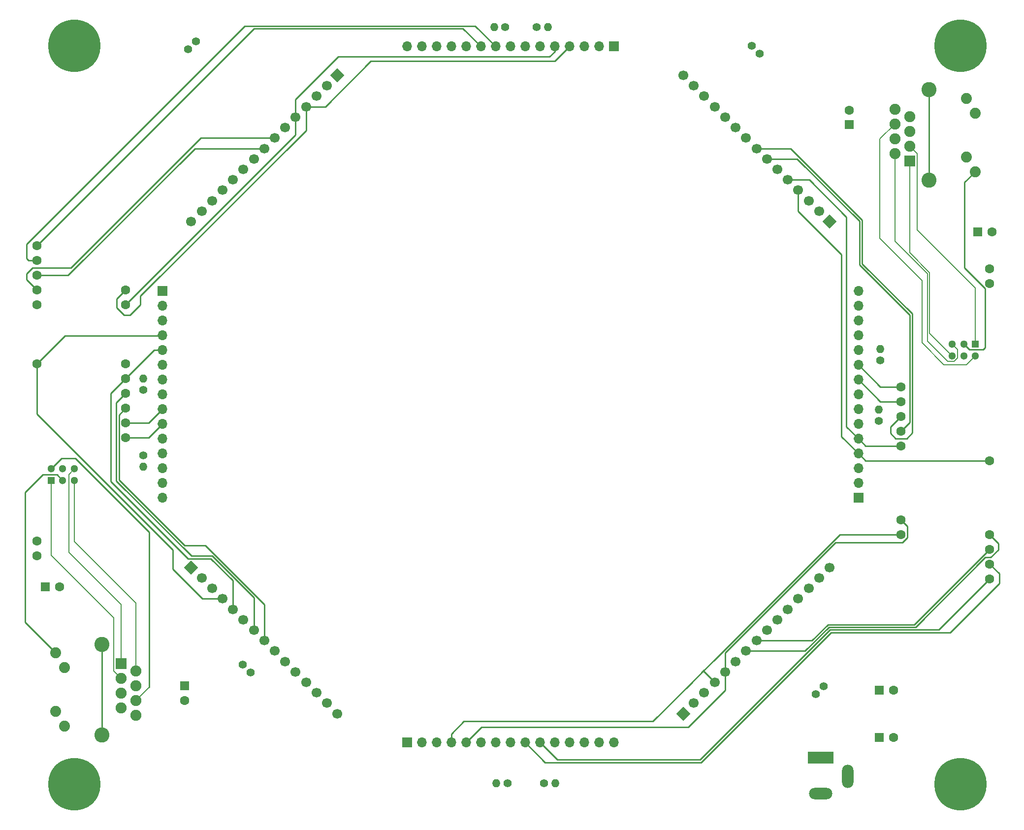
<source format=gbr>
%TF.GenerationSoftware,KiCad,Pcbnew,(6.0.11)*%
%TF.CreationDate,2023-02-05T17:58:30-05:00*%
%TF.ProjectId,arena_06-08,6172656e-615f-4303-962d-30382e6b6963,rev?*%
%TF.SameCoordinates,Original*%
%TF.FileFunction,Copper,L2,Bot*%
%TF.FilePolarity,Positive*%
%FSLAX46Y46*%
G04 Gerber Fmt 4.6, Leading zero omitted, Abs format (unit mm)*
G04 Created by KiCad (PCBNEW (6.0.11)) date 2023-02-05 17:58:30*
%MOMM*%
%LPD*%
G01*
G04 APERTURE LIST*
G04 Aperture macros list*
%AMHorizOval*
0 Thick line with rounded ends*
0 $1 width*
0 $2 $3 position (X,Y) of the first rounded end (center of the circle)*
0 $4 $5 position (X,Y) of the second rounded end (center of the circle)*
0 Add line between two ends*
20,1,$1,$2,$3,$4,$5,0*
0 Add two circle primitives to create the rounded ends*
1,1,$1,$2,$3*
1,1,$1,$4,$5*%
%AMRotRect*
0 Rectangle, with rotation*
0 The origin of the aperture is its center*
0 $1 length*
0 $2 width*
0 $3 Rotation angle, in degrees counterclockwise*
0 Add horizontal line*
21,1,$1,$2,0,0,$3*%
G04 Aperture macros list end*
%TA.AperFunction,ComponentPad*%
%ADD10C,1.400000*%
%TD*%
%TA.AperFunction,ComponentPad*%
%ADD11O,1.400000X1.400000*%
%TD*%
%TA.AperFunction,ComponentPad*%
%ADD12R,1.700000X1.700000*%
%TD*%
%TA.AperFunction,ComponentPad*%
%ADD13O,1.700000X1.700000*%
%TD*%
%TA.AperFunction,ComponentPad*%
%ADD14HorizOval,1.400000X0.000000X0.000000X0.000000X0.000000X0*%
%TD*%
%TA.AperFunction,ComponentPad*%
%ADD15R,1.600000X1.600000*%
%TD*%
%TA.AperFunction,ComponentPad*%
%ADD16C,1.600000*%
%TD*%
%TA.AperFunction,ComponentPad*%
%ADD17RotRect,1.700000X1.700000X315.000000*%
%TD*%
%TA.AperFunction,ComponentPad*%
%ADD18HorizOval,1.700000X0.000000X0.000000X0.000000X0.000000X0*%
%TD*%
%TA.AperFunction,ComponentPad*%
%ADD19C,0.900000*%
%TD*%
%TA.AperFunction,ComponentPad*%
%ADD20C,9.000000*%
%TD*%
%TA.AperFunction,ComponentPad*%
%ADD21HorizOval,1.400000X0.000000X0.000000X0.000000X0.000000X0*%
%TD*%
%TA.AperFunction,ComponentPad*%
%ADD22RotRect,1.700000X1.700000X45.000000*%
%TD*%
%TA.AperFunction,ComponentPad*%
%ADD23HorizOval,1.700000X0.000000X0.000000X0.000000X0.000000X0*%
%TD*%
%TA.AperFunction,ComponentPad*%
%ADD24C,2.600000*%
%TD*%
%TA.AperFunction,ComponentPad*%
%ADD25C,1.890000*%
%TD*%
%TA.AperFunction,ComponentPad*%
%ADD26R,1.900000X1.900000*%
%TD*%
%TA.AperFunction,ComponentPad*%
%ADD27C,1.900000*%
%TD*%
%TA.AperFunction,ComponentPad*%
%ADD28HorizOval,1.400000X0.000000X0.000000X0.000000X0.000000X0*%
%TD*%
%TA.AperFunction,ComponentPad*%
%ADD29RotRect,1.700000X1.700000X225.000000*%
%TD*%
%TA.AperFunction,ComponentPad*%
%ADD30HorizOval,1.700000X0.000000X0.000000X0.000000X0.000000X0*%
%TD*%
%TA.AperFunction,ComponentPad*%
%ADD31RotRect,1.700000X1.700000X135.000000*%
%TD*%
%TA.AperFunction,ComponentPad*%
%ADD32HorizOval,1.700000X0.000000X0.000000X0.000000X0.000000X0*%
%TD*%
%TA.AperFunction,ComponentPad*%
%ADD33R,1.300000X1.300000*%
%TD*%
%TA.AperFunction,ComponentPad*%
%ADD34C,1.300000*%
%TD*%
%TA.AperFunction,ComponentPad*%
%ADD35HorizOval,1.400000X0.000000X0.000000X0.000000X0.000000X0*%
%TD*%
%TA.AperFunction,ComponentPad*%
%ADD36R,4.500000X2.000000*%
%TD*%
%TA.AperFunction,ComponentPad*%
%ADD37O,4.000000X2.000000*%
%TD*%
%TA.AperFunction,ComponentPad*%
%ADD38O,2.000000X4.000000*%
%TD*%
%TA.AperFunction,Conductor*%
%ADD39C,0.250000*%
%TD*%
%TA.AperFunction,Conductor*%
%ADD40C,0.200000*%
%TD*%
G04 APERTURE END LIST*
D10*
%TO.P,R9,1*%
%TO.N,+5V*%
X86868000Y-110490000D03*
D11*
%TO.P,R9,2*%
%TO.N,Net-(J7-Pad11)*%
X86868000Y-112390000D03*
%TD*%
D12*
%TO.P,J3,1,Pin_1*%
%TO.N,+5V*%
X209850000Y-117780000D03*
D13*
%TO.P,J3,2,Pin_2*%
%TO.N,GND*%
X209850000Y-115240000D03*
%TO.P,J3,3,Pin_3*%
%TO.N,unconnected-(J3-Pad3)*%
X209850000Y-112700000D03*
%TO.P,J3,4,Pin_4*%
%TO.N,/SCK1*%
X209850000Y-110160000D03*
%TO.P,J3,5,Pin_5*%
%TO.N,/SDO1*%
X209850000Y-107620000D03*
%TO.P,J3,6,Pin_6*%
%TO.N,unconnected-(J3-Pad6)*%
X209850000Y-105080000D03*
%TO.P,J3,7,Pin_7*%
%TO.N,Net-(J3-Pad7)*%
X209850000Y-102540000D03*
%TO.P,J3,8,Pin_8*%
X209850000Y-100000000D03*
%TO.P,J3,9,Pin_9*%
%TO.N,/CS1_3*%
X209850000Y-97460000D03*
%TO.P,J3,10,Pin_10*%
%TO.N,/CS1_4*%
X209850000Y-94920000D03*
%TO.P,J3,11,Pin_11*%
%TO.N,Net-(J3-Pad11)*%
X209850000Y-92380000D03*
%TO.P,J3,12,Pin_12*%
X209850000Y-89840000D03*
%TO.P,J3,13,Pin_13*%
X209850000Y-87300000D03*
%TO.P,J3,14,Pin_14*%
%TO.N,unconnected-(J3-Pad14)*%
X209850000Y-84760000D03*
%TO.P,J3,15,Pin_15*%
%TO.N,unconnected-(J3-Pad15)*%
X209850000Y-82220000D03*
%TD*%
D10*
%TO.P,R8,1*%
%TO.N,+5V*%
X95889932Y-39238068D03*
D14*
%TO.P,R8,2*%
%TO.N,Net-(J6-Pad10)*%
X94546429Y-40581571D03*
%TD*%
D15*
%TO.P,C2,1*%
%TO.N,+5V*%
X69996864Y-133096000D03*
D16*
%TO.P,C2,2*%
%TO.N,GND*%
X72496864Y-133096000D03*
%TD*%
D17*
%TO.P,J6,1,Pin_1*%
%TO.N,+5V*%
X120252000Y-45107300D03*
D18*
%TO.P,J6,2,Pin_2*%
%TO.N,GND*%
X118455949Y-46903351D03*
%TO.P,J6,3,Pin_3*%
%TO.N,unconnected-(J6-Pad3)*%
X116659898Y-48699402D03*
%TO.P,J6,4,Pin_4*%
%TO.N,/SCK4*%
X114863846Y-50495454D03*
%TO.P,J6,5,Pin_5*%
%TO.N,/SDO4*%
X113067795Y-52291505D03*
%TO.P,J6,6,Pin_6*%
%TO.N,unconnected-(J6-Pad6)*%
X111271744Y-54087556D03*
%TO.P,J6,7,Pin_7*%
%TO.N,/CS4_1*%
X109475693Y-55883607D03*
%TO.P,J6,8,Pin_8*%
%TO.N,/CS4_2*%
X107679641Y-57679659D03*
%TO.P,J6,9,Pin_9*%
%TO.N,Net-(J6-Pad10)*%
X105883590Y-59475710D03*
%TO.P,J6,10,Pin_10*%
X104087539Y-61271761D03*
%TO.P,J6,11,Pin_11*%
X102291488Y-63067812D03*
%TO.P,J6,12,Pin_12*%
X100495437Y-64863863D03*
%TO.P,J6,13,Pin_13*%
X98699385Y-66659915D03*
%TO.P,J6,14,Pin_14*%
%TO.N,unconnected-(J6-Pad14)*%
X96903334Y-68455966D03*
%TO.P,J6,15,Pin_15*%
%TO.N,unconnected-(J6-Pad15)*%
X95107283Y-70252017D03*
%TD*%
D19*
%TO.P,H4,1,1*%
%TO.N,GND*%
X224025000Y-167000000D03*
X230775000Y-167000000D03*
X227400000Y-170375000D03*
X229786485Y-164613515D03*
X227400000Y-163625000D03*
X229786485Y-169386485D03*
X225013515Y-164613515D03*
D20*
X227400000Y-167000000D03*
D19*
X225013515Y-169386485D03*
%TD*%
D10*
%TO.P,R7,1*%
%TO.N,+5V*%
X104008068Y-146426068D03*
D21*
%TO.P,R7,2*%
%TO.N,Net-(J5-Pad10)*%
X105351571Y-147769571D03*
%TD*%
D19*
%TO.P,H2,1,1*%
%TO.N,GND*%
X71625000Y-40000000D03*
X72613515Y-42386485D03*
X72613515Y-37613515D03*
X75000000Y-43375000D03*
X77386485Y-42386485D03*
D20*
X75000000Y-40000000D03*
D19*
X75000000Y-36625000D03*
X77386485Y-37613515D03*
X78375000Y-40000000D03*
%TD*%
%TO.P,H1,1,1*%
%TO.N,GND*%
X225013515Y-42386485D03*
D20*
X227400000Y-40000000D03*
D19*
X227400000Y-36625000D03*
X225013515Y-37613515D03*
X227400000Y-43375000D03*
X224025000Y-40000000D03*
X229786485Y-42386485D03*
X229786485Y-37613515D03*
X230775000Y-40000000D03*
%TD*%
D10*
%TO.P,R10,1*%
%TO.N,+5V*%
X86868000Y-99203000D03*
D11*
%TO.P,R10,2*%
%TO.N,Net-(J7-Pad7)*%
X86868000Y-97303000D03*
%TD*%
D15*
%TO.P,C4,1*%
%TO.N,+5V*%
X213401144Y-150876000D03*
D16*
%TO.P,C4,2*%
%TO.N,GND*%
X215901144Y-150876000D03*
%TD*%
D22*
%TO.P,J5,1,Pin_1*%
%TO.N,+5V*%
X95107300Y-129748000D03*
D23*
%TO.P,J5,2,Pin_2*%
%TO.N,GND*%
X96903351Y-131544051D03*
%TO.P,J5,3,Pin_3*%
%TO.N,unconnected-(J5-Pad3)*%
X98699402Y-133340102D03*
%TO.P,J5,4,Pin_4*%
%TO.N,/SCK3*%
X100495454Y-135136154D03*
%TO.P,J5,5,Pin_5*%
%TO.N,/SDO3*%
X102291505Y-136932205D03*
%TO.P,J5,6,Pin_6*%
%TO.N,unconnected-(J5-Pad6)*%
X104087556Y-138728256D03*
%TO.P,J5,7,Pin_7*%
%TO.N,/CS3_1*%
X105883607Y-140524307D03*
%TO.P,J5,8,Pin_8*%
%TO.N,/CS3_2*%
X107679659Y-142320359D03*
%TO.P,J5,9,Pin_9*%
%TO.N,Net-(J5-Pad10)*%
X109475710Y-144116410D03*
%TO.P,J5,10,Pin_10*%
X111271761Y-145912461D03*
%TO.P,J5,11,Pin_11*%
X113067812Y-147708512D03*
%TO.P,J5,12,Pin_12*%
X114863863Y-149504563D03*
%TO.P,J5,13,Pin_13*%
X116659915Y-151300615D03*
%TO.P,J5,14,Pin_14*%
%TO.N,unconnected-(J5-Pad14)*%
X118455966Y-153096666D03*
%TO.P,J5,15,Pin_15*%
%TO.N,unconnected-(J5-Pad15)*%
X120252017Y-154892717D03*
%TD*%
D19*
%TO.P,H3,1,1*%
%TO.N,GND*%
X78375000Y-167000000D03*
X72613515Y-169386485D03*
X71625000Y-167000000D03*
X77386485Y-164613515D03*
X77386485Y-169386485D03*
X75000000Y-170375000D03*
X72613515Y-164613515D03*
X75000000Y-163625000D03*
D20*
X75000000Y-167000000D03*
%TD*%
D11*
%TO.P,R11,2*%
%TO.N,Net-(J8-Pad11)*%
X147198000Y-36830000D03*
D10*
%TO.P,R11,1*%
%TO.N,+5V*%
X149098000Y-36830000D03*
%TD*%
D24*
%TO.P,J11,13,SHIELD*%
%TO.N,unconnected-(J11-Pad13)*%
X79768000Y-142974000D03*
X79768000Y-158524000D03*
D25*
%TO.P,J11,L1,LEDY_A*%
%TO.N,unconnected-(J11-PadL1)*%
X73338000Y-157074000D03*
%TO.P,J11,L2,LEDY_K*%
%TO.N,unconnected-(J11-PadL2)*%
X71818000Y-154534000D03*
%TO.P,J11,L3,LEDG_K*%
%TO.N,GND*%
X73338000Y-146964000D03*
%TO.P,J11,L4,LEDG_A*%
%TO.N,/T2L*%
X71818000Y-144424000D03*
D26*
%TO.P,J11,R1,TD+*%
%TO.N,/T2T+*%
X83058000Y-146304000D03*
D27*
%TO.P,J11,R2,TD-*%
%TO.N,/T2T-*%
X85598000Y-147574000D03*
%TO.P,J11,R3,RD+*%
%TO.N,/T2R+*%
X83058000Y-148844000D03*
%TO.P,J11,R4,TCT*%
%TO.N,Net-(C5-Pad1)*%
X85598000Y-150114000D03*
%TO.P,J11,R5,RCT*%
X83058000Y-151384000D03*
%TO.P,J11,R6,RD-*%
%TO.N,/T2R-*%
X85598000Y-152654000D03*
%TO.P,J11,R7,NC*%
%TO.N,unconnected-(J11-PadR7)*%
X83058000Y-153924000D03*
%TO.P,J11,R8,GND*%
%TO.N,GND*%
X85598000Y-155194000D03*
%TD*%
D10*
%TO.P,R1,1*%
%TO.N,+5V*%
X192839932Y-41339932D03*
D28*
%TO.P,R1,2*%
%TO.N,Net-(J1-Pad10)*%
X191496429Y-39996429D03*
%TD*%
D29*
%TO.P,J1,1,Pin_1*%
%TO.N,+5V*%
X204893000Y-70252000D03*
D30*
%TO.P,J1,2,Pin_2*%
%TO.N,GND*%
X203096949Y-68455949D03*
%TO.P,J1,3,Pin_3*%
%TO.N,unconnected-(J1-Pad3)*%
X201300898Y-66659898D03*
%TO.P,J1,4,Pin_4*%
%TO.N,/SCK1*%
X199504846Y-64863846D03*
%TO.P,J1,5,Pin_5*%
%TO.N,/SDO1*%
X197708795Y-63067795D03*
%TO.P,J1,6,Pin_6*%
%TO.N,unconnected-(J1-Pad6)*%
X195912744Y-61271744D03*
%TO.P,J1,7,Pin_7*%
%TO.N,/CS1_1*%
X194116693Y-59475693D03*
%TO.P,J1,8,Pin_8*%
%TO.N,/CS1_2*%
X192320641Y-57679641D03*
%TO.P,J1,9,Pin_9*%
%TO.N,Net-(J1-Pad10)*%
X190524590Y-55883590D03*
%TO.P,J1,10,Pin_10*%
X188728539Y-54087539D03*
%TO.P,J1,11,Pin_11*%
X186932488Y-52291488D03*
%TO.P,J1,12,Pin_12*%
X185136437Y-50495437D03*
%TO.P,J1,13,Pin_13*%
X183340385Y-48699385D03*
%TO.P,J1,14,Pin_14*%
%TO.N,unconnected-(J1-Pad14)*%
X181544334Y-46903334D03*
%TO.P,J1,15,Pin_15*%
%TO.N,unconnected-(J1-Pad15)*%
X179748283Y-45107283D03*
%TD*%
D15*
%TO.P,C1,1*%
%TO.N,GND*%
X230350000Y-72050000D03*
D16*
%TO.P,C1,2*%
%TO.N,+5V*%
X232850000Y-72050000D03*
%TD*%
D15*
%TO.P,C3,1*%
%TO.N,+5V*%
X213401144Y-159004000D03*
D16*
%TO.P,C3,2*%
%TO.N,GND*%
X215901144Y-159004000D03*
%TD*%
D10*
%TO.P,R5,1*%
%TO.N,+5V*%
X155813000Y-166878000D03*
D11*
%TO.P,R5,2*%
%TO.N,Net-(J4-Pad11)*%
X157713000Y-166878000D03*
%TD*%
D31*
%TO.P,J2,1,Pin_1*%
%TO.N,+5V*%
X179748000Y-154893000D03*
D32*
%TO.P,J2,2,Pin_2*%
%TO.N,GND*%
X181544051Y-153096949D03*
%TO.P,J2,3,Pin_3*%
%TO.N,unconnected-(J2-Pad3)*%
X183340102Y-151300898D03*
%TO.P,J2,4,Pin_4*%
%TO.N,/SCK2*%
X185136154Y-149504846D03*
%TO.P,J2,5,Pin_5*%
%TO.N,/SDO2*%
X186932205Y-147708795D03*
%TO.P,J2,6,Pin_6*%
%TO.N,unconnected-(J2-Pad6)*%
X188728256Y-145912744D03*
%TO.P,J2,7,Pin_7*%
%TO.N,/CS2_1*%
X190524307Y-144116693D03*
%TO.P,J2,8,Pin_8*%
%TO.N,/CS2_2*%
X192320359Y-142320641D03*
%TO.P,J2,9,Pin_9*%
%TO.N,Net-(J2-Pad10)*%
X194116410Y-140524590D03*
%TO.P,J2,10,Pin_10*%
X195912461Y-138728539D03*
%TO.P,J2,11,Pin_11*%
X197708512Y-136932488D03*
%TO.P,J2,12,Pin_12*%
X199504563Y-135136437D03*
%TO.P,J2,13,Pin_13*%
X201300615Y-133340385D03*
%TO.P,J2,14,Pin_14*%
%TO.N,unconnected-(J2-Pad14)*%
X203096666Y-131544334D03*
%TO.P,J2,15,Pin_15*%
%TO.N,unconnected-(J2-Pad15)*%
X204892717Y-129748283D03*
%TD*%
D15*
%TO.P,C6,1*%
%TO.N,Net-(C6-Pad1)*%
X208280000Y-53594000D03*
D16*
%TO.P,C6,2*%
%TO.N,GND*%
X208280000Y-51094000D03*
%TD*%
D12*
%TO.P,J7,1,Pin_1*%
%TO.N,+5V*%
X90150000Y-82220000D03*
D13*
%TO.P,J7,2,Pin_2*%
%TO.N,GND*%
X90150000Y-84760000D03*
%TO.P,J7,3,Pin_3*%
%TO.N,unconnected-(J7-Pad3)*%
X90150000Y-87300000D03*
%TO.P,J7,4,Pin_4*%
%TO.N,/SCK3*%
X90150000Y-89840000D03*
%TO.P,J7,5,Pin_5*%
%TO.N,/SDO3*%
X90150000Y-92380000D03*
%TO.P,J7,6,Pin_6*%
%TO.N,unconnected-(J7-Pad6)*%
X90150000Y-94920000D03*
%TO.P,J7,7,Pin_7*%
%TO.N,Net-(J7-Pad7)*%
X90150000Y-97460000D03*
%TO.P,J7,8,Pin_8*%
X90150000Y-100000000D03*
%TO.P,J7,9,Pin_9*%
%TO.N,/CS3_3*%
X90150000Y-102540000D03*
%TO.P,J7,10,Pin_10*%
%TO.N,/CS3_4*%
X90150000Y-105080000D03*
%TO.P,J7,11,Pin_11*%
%TO.N,Net-(J7-Pad11)*%
X90150000Y-107620000D03*
%TO.P,J7,12,Pin_12*%
X90150000Y-110160000D03*
%TO.P,J7,13,Pin_13*%
X90150000Y-112700000D03*
%TO.P,J7,14,Pin_14*%
%TO.N,unconnected-(J7-Pad14)*%
X90150000Y-115240000D03*
%TO.P,J7,15,Pin_15*%
%TO.N,unconnected-(J7-Pad15)*%
X90150000Y-117780000D03*
%TD*%
D15*
%TO.P,C5,1*%
%TO.N,Net-(C5-Pad1)*%
X93980000Y-150114000D03*
D16*
%TO.P,C5,2*%
%TO.N,GND*%
X93980000Y-152614000D03*
%TD*%
D10*
%TO.P,R3,1*%
%TO.N,+5V*%
X213614000Y-94123000D03*
D11*
%TO.P,R3,2*%
%TO.N,Net-(J3-Pad11)*%
X213614000Y-92223000D03*
%TD*%
D27*
%TO.P,J10,R8,GND*%
%TO.N,GND*%
X216134000Y-50927000D03*
%TO.P,J10,R7,NC*%
%TO.N,unconnected-(J10-PadR7)*%
X218674000Y-52197000D03*
%TO.P,J10,R6,RD-*%
%TO.N,/T1R-*%
X216134000Y-53467000D03*
%TO.P,J10,R5,RCT*%
%TO.N,Net-(C6-Pad1)*%
X218674000Y-54737000D03*
%TO.P,J10,R4,TCT*%
X216134000Y-56007000D03*
%TO.P,J10,R3,RD+*%
%TO.N,/T1R+*%
X218674000Y-57277000D03*
%TO.P,J10,R2,TD-*%
%TO.N,/T1T-*%
X216134000Y-58547000D03*
D26*
%TO.P,J10,R1,TD+*%
%TO.N,/T1T+*%
X218674000Y-59817000D03*
D25*
%TO.P,J10,L4,LEDG_A*%
%TO.N,/T1L*%
X229914000Y-61697000D03*
%TO.P,J10,L3,LEDG_K*%
%TO.N,GND*%
X228394000Y-59157000D03*
%TO.P,J10,L2,LEDY_K*%
%TO.N,unconnected-(J10-PadL2)*%
X229914000Y-51587000D03*
%TO.P,J10,L1,LEDY_A*%
%TO.N,unconnected-(J10-PadL1)*%
X228394000Y-49047000D03*
D24*
%TO.P,J10,13,SHIELD*%
%TO.N,unconnected-(J10-Pad13)*%
X221964000Y-47597000D03*
X221964000Y-63147000D03*
%TD*%
D16*
%TO.P,U2,9,7_RX2_OUT1A*%
%TO.N,/CS3_4*%
X83820000Y-107442000D03*
%TO.P,U2,10,8_TX2_IN1*%
%TO.N,/CS3_3*%
X83820000Y-104902000D03*
%TO.P,U2,11,9_OUT1C*%
%TO.N,/CS3_2*%
X83820000Y-102362000D03*
%TO.P,U2,12,10_CS_MQSR*%
%TO.N,/CS3_1*%
X83820000Y-99822000D03*
%TO.P,U2,13,11_MOSI_CTX1*%
%TO.N,/SDO3*%
X83820000Y-97282000D03*
%TO.P,U2,14,12_MISO_MQSL*%
%TO.N,unconnected-(U2-Pad14)*%
X83820000Y-94742000D03*
%TO.P,U2,18,26_A12_MOSI1*%
%TO.N,/SDO4*%
X83820000Y-84582000D03*
%TO.P,U2,19,27_A13_SCK1*%
%TO.N,/SCK4*%
X83820000Y-82042000D03*
%TO.P,U2,27,35_TX8*%
%TO.N,/CS4_4*%
X68580000Y-74422000D03*
%TO.P,U2,28,36_CS*%
%TO.N,/CS4_3*%
X68580000Y-76962000D03*
%TO.P,U2,29,37_CS*%
%TO.N,/CS4_2*%
X68580000Y-79502000D03*
%TO.P,U2,30,38_CS1_IN1*%
%TO.N,/CS4_1*%
X68580000Y-82042000D03*
%TO.P,U2,31,39_MISO1_OUT1A*%
%TO.N,unconnected-(U2-Pad31)*%
X68580000Y-84582000D03*
%TO.P,U2,35,13_SCK_LED*%
%TO.N,/SCK3*%
X68580000Y-94742000D03*
%TO.P,U2,47,GND*%
%TO.N,GND*%
X68580000Y-125222000D03*
%TO.P,U2,48,VIN*%
%TO.N,+5V*%
X68580000Y-127762000D03*
D33*
%TO.P,U2,60,R+*%
%TO.N,/T2R+*%
X71018400Y-114792000D03*
D34*
%TO.P,U2,61,LED*%
%TO.N,/T2L*%
X73018400Y-114792000D03*
%TO.P,U2,62,T-*%
%TO.N,/T2T-*%
X75018400Y-114792000D03*
%TO.P,U2,63,T+*%
%TO.N,/T2T+*%
X75018400Y-112792000D03*
%TO.P,U2,64,GND*%
%TO.N,GND*%
X73018400Y-112792000D03*
%TO.P,U2,65,R-*%
%TO.N,/T2R-*%
X71018400Y-112792000D03*
%TD*%
D12*
%TO.P,J8,1,Pin_1*%
%TO.N,+5V*%
X167780000Y-40150000D03*
D13*
%TO.P,J8,2,Pin_2*%
%TO.N,GND*%
X165240000Y-40150000D03*
%TO.P,J8,3,Pin_3*%
%TO.N,unconnected-(J8-Pad3)*%
X162700000Y-40150000D03*
%TO.P,J8,4,Pin_4*%
%TO.N,/SCK4*%
X160160000Y-40150000D03*
%TO.P,J8,5,Pin_5*%
%TO.N,/SDO4*%
X157620000Y-40150000D03*
%TO.P,J8,6,Pin_6*%
%TO.N,unconnected-(J8-Pad6)*%
X155080000Y-40150000D03*
%TO.P,J8,7,Pin_7*%
%TO.N,Net-(J8-Pad7)*%
X152540000Y-40150000D03*
%TO.P,J8,8,Pin_8*%
X150000000Y-40150000D03*
%TO.P,J8,9,Pin_9*%
%TO.N,/CS4_3*%
X147460000Y-40150000D03*
%TO.P,J8,10,Pin_10*%
%TO.N,/CS4_4*%
X144920000Y-40150000D03*
%TO.P,J8,11,Pin_11*%
%TO.N,Net-(J8-Pad11)*%
X142380000Y-40150000D03*
%TO.P,J8,12,Pin_12*%
X139840000Y-40150000D03*
%TO.P,J8,13,Pin_13*%
X137300000Y-40150000D03*
%TO.P,J8,14,Pin_14*%
%TO.N,unconnected-(J8-Pad14)*%
X134760000Y-40150000D03*
%TO.P,J8,15,Pin_15*%
%TO.N,unconnected-(J8-Pad15)*%
X132220000Y-40150000D03*
%TD*%
D10*
%TO.P,R2,1*%
%TO.N,+5V*%
X202560068Y-151515932D03*
D35*
%TO.P,R2,2*%
%TO.N,Net-(J2-Pad10)*%
X203903571Y-150172429D03*
%TD*%
D10*
%TO.P,R6,1*%
%TO.N,+5V*%
X149495000Y-166878000D03*
D11*
%TO.P,R6,2*%
%TO.N,Net-(J4-Pad7)*%
X147595000Y-166878000D03*
%TD*%
D10*
%TO.P,R4,1*%
%TO.N,+5V*%
X213360000Y-104537000D03*
D11*
%TO.P,R4,2*%
%TO.N,Net-(J3-Pad7)*%
X213360000Y-102637000D03*
%TD*%
D16*
%TO.P,U1,9,7_RX2_OUT1A*%
%TO.N,/CS1_4*%
X217170000Y-98679000D03*
%TO.P,U1,10,8_TX2_IN1*%
%TO.N,/CS1_3*%
X217170000Y-101219000D03*
%TO.P,U1,11,9_OUT1C*%
%TO.N,/CS1_2*%
X217170000Y-103759000D03*
%TO.P,U1,12,10_CS_MQSR*%
%TO.N,/CS1_1*%
X217170000Y-106299000D03*
%TO.P,U1,13,11_MOSI_CTX1*%
%TO.N,/SDO1*%
X217170000Y-108839000D03*
%TO.P,U1,18,26_A12_MOSI1*%
%TO.N,/SDO2*%
X217170000Y-121539000D03*
%TO.P,U1,19,27_A13_SCK1*%
%TO.N,/SCK2*%
X217170000Y-124079000D03*
%TO.P,U1,27,35_TX8*%
%TO.N,/CS2_4*%
X232410000Y-131699000D03*
%TO.P,U1,28,36_CS*%
%TO.N,/CS2_3*%
X232410000Y-129159000D03*
%TO.P,U1,29,37_CS*%
%TO.N,/CS2_2*%
X232410000Y-126619000D03*
%TO.P,U1,30,38_CS1_IN1*%
%TO.N,/CS2_1*%
X232410000Y-124079000D03*
%TO.P,U1,35,13_SCK_LED*%
%TO.N,/SCK1*%
X232410000Y-111379000D03*
%TO.P,U1,47,GND*%
%TO.N,GND*%
X232410000Y-80899000D03*
%TO.P,U1,48,VIN*%
%TO.N,+5V*%
X232410000Y-78359000D03*
D33*
%TO.P,U1,60,R+*%
%TO.N,/T1R+*%
X229971600Y-91329000D03*
D34*
%TO.P,U1,61,LED*%
%TO.N,/T1L*%
X227971600Y-91329000D03*
%TO.P,U1,62,T-*%
%TO.N,/T1T-*%
X225971600Y-91329000D03*
%TO.P,U1,63,T+*%
%TO.N,/T1T+*%
X225971600Y-93329000D03*
%TO.P,U1,64,GND*%
%TO.N,GND*%
X227971600Y-93329000D03*
%TO.P,U1,65,R-*%
%TO.N,/T1R-*%
X229971600Y-93329000D03*
%TD*%
D10*
%TO.P,R12,1*%
%TO.N,+5V*%
X154543000Y-36830000D03*
D11*
%TO.P,R12,2*%
%TO.N,Net-(J8-Pad7)*%
X156443000Y-36830000D03*
%TD*%
D12*
%TO.P,J4,1,Pin_1*%
%TO.N,+5V*%
X132220000Y-159850000D03*
D13*
%TO.P,J4,2,Pin_2*%
%TO.N,GND*%
X134760000Y-159850000D03*
%TO.P,J4,3,Pin_3*%
%TO.N,unconnected-(J4-Pad3)*%
X137300000Y-159850000D03*
%TO.P,J4,4,Pin_4*%
%TO.N,/SCK2*%
X139840000Y-159850000D03*
%TO.P,J4,5,Pin_5*%
%TO.N,/SDO2*%
X142380000Y-159850000D03*
%TO.P,J4,6,Pin_6*%
%TO.N,unconnected-(J4-Pad6)*%
X144920000Y-159850000D03*
%TO.P,J4,7,Pin_7*%
%TO.N,Net-(J4-Pad7)*%
X147460000Y-159850000D03*
%TO.P,J4,8,Pin_8*%
X150000000Y-159850000D03*
%TO.P,J4,9,Pin_9*%
%TO.N,/CS2_3*%
X152540000Y-159850000D03*
%TO.P,J4,10,Pin_10*%
%TO.N,/CS2_4*%
X155080000Y-159850000D03*
%TO.P,J4,11,Pin_11*%
%TO.N,Net-(J4-Pad11)*%
X157620000Y-159850000D03*
%TO.P,J4,12,Pin_12*%
X160160000Y-159850000D03*
%TO.P,J4,13,Pin_13*%
X162700000Y-159850000D03*
%TO.P,J4,14,Pin_14*%
%TO.N,unconnected-(J4-Pad14)*%
X165240000Y-159850000D03*
%TO.P,J4,15,Pin_15*%
%TO.N,unconnected-(J4-Pad15)*%
X167780000Y-159850000D03*
%TD*%
D36*
%TO.P,J9,1*%
%TO.N,+5V*%
X203362000Y-162460000D03*
D37*
%TO.P,J9,2*%
%TO.N,GND*%
X203362000Y-168660000D03*
D38*
%TO.P,J9,3*%
X208062000Y-165660000D03*
%TD*%
D39*
%TO.N,/CS1_2*%
X217170000Y-103759000D02*
X215400000Y-105529000D01*
X215400000Y-105529000D02*
X215400000Y-106700000D01*
X216250000Y-107550000D02*
X218150000Y-107550000D01*
X215400000Y-106700000D02*
X216250000Y-107550000D01*
X210500000Y-77513604D02*
X210500000Y-70013604D01*
X218150000Y-107550000D02*
X219100000Y-106600000D01*
X219100000Y-106600000D02*
X219100000Y-86113604D01*
X219100000Y-86113604D02*
X210500000Y-77513604D01*
X210500000Y-70013604D02*
X198166037Y-57679641D01*
X198166037Y-57679641D02*
X192320641Y-57679641D01*
%TO.N,/CS1_1*%
X217170000Y-106299000D02*
X218650000Y-104819000D01*
X218650000Y-104819000D02*
X218650000Y-86300000D01*
X218650000Y-86300000D02*
X210050000Y-77700000D01*
X210050000Y-77700000D02*
X210050000Y-70200000D01*
X210050000Y-70200000D02*
X199325693Y-59475693D01*
X199325693Y-59475693D02*
X194116693Y-59475693D01*
%TO.N,/SCK1*%
X209850000Y-110160000D02*
X206950000Y-107260000D01*
X206950000Y-107260000D02*
X206950000Y-75900000D01*
X206950000Y-75900000D02*
X199504846Y-68454846D01*
X199504846Y-68454846D02*
X199504846Y-64863846D01*
%TO.N,/SDO1*%
X209850000Y-107620000D02*
X207800000Y-105570000D01*
X207800000Y-105570000D02*
X207800000Y-69450000D01*
X207800000Y-69450000D02*
X201417795Y-63067795D01*
X201417795Y-63067795D02*
X197708795Y-63067795D01*
%TO.N,unconnected-(J11-Pad13)*%
X79768000Y-142974000D02*
X79768000Y-158524000D01*
%TO.N,unconnected-(J10-Pad13)*%
X221964000Y-47597000D02*
X221964000Y-63147000D01*
%TO.N,/SCK1*%
X232410000Y-111379000D02*
X211069000Y-111379000D01*
X211069000Y-111379000D02*
X209850000Y-110160000D01*
%TO.N,/T1L*%
X227971600Y-91329000D02*
X228946600Y-92304000D01*
X228946600Y-92304000D02*
X231296000Y-92304000D01*
X231296000Y-92304000D02*
X231650000Y-91950000D01*
X231650000Y-91950000D02*
X231650000Y-81729991D01*
X231650000Y-81729991D02*
X228100000Y-78179991D01*
X228100000Y-78179991D02*
X228100000Y-63511000D01*
X228100000Y-63511000D02*
X229914000Y-61697000D01*
D40*
%TO.N,/T1R+*%
X229971600Y-91329000D02*
X229971600Y-81721600D01*
X229971600Y-81721600D02*
X219924000Y-71674000D01*
X219924000Y-71674000D02*
X219924000Y-58527000D01*
X219924000Y-58527000D02*
X218674000Y-57277000D01*
%TO.N,/T1R-*%
X229971600Y-93329000D02*
X228450600Y-94850000D01*
X228450600Y-94850000D02*
X224550000Y-94850000D01*
X224550000Y-94850000D02*
X220800000Y-91100000D01*
X220800000Y-91100000D02*
X220800000Y-80400000D01*
X220800000Y-80400000D02*
X213550000Y-73150000D01*
X213550000Y-73150000D02*
X213550000Y-56051000D01*
X213550000Y-56051000D02*
X216134000Y-53467000D01*
%TO.N,/T1T-*%
X225971600Y-91329000D02*
X226921600Y-92279000D01*
X226921600Y-92279000D02*
X226921600Y-93722503D01*
X226921600Y-93722503D02*
X226344103Y-94300000D01*
X226344103Y-94300000D02*
X225200000Y-94300000D01*
X225200000Y-94300000D02*
X221700000Y-90800000D01*
X221700000Y-90800000D02*
X221700000Y-79200000D01*
X221700000Y-79200000D02*
X216150000Y-73650000D01*
X216150000Y-73650000D02*
X216150000Y-58563000D01*
X216150000Y-58563000D02*
X216134000Y-58547000D01*
%TO.N,/T1T+*%
X225971600Y-93329000D02*
X222100000Y-89457400D01*
X222100000Y-89457400D02*
X222100000Y-79034314D01*
X222100000Y-79034314D02*
X218674000Y-75608314D01*
X218674000Y-75608314D02*
X218674000Y-59817000D01*
D39*
%TO.N,/T2L*%
X66548000Y-139154000D02*
X71818000Y-144424000D01*
X69596000Y-113792000D02*
X66548000Y-116840000D01*
X72018400Y-113792000D02*
X69596000Y-113792000D01*
X73018400Y-114792000D02*
X72018400Y-113792000D01*
X66548000Y-116840000D02*
X66548000Y-139154000D01*
D40*
%TO.N,/T2T+*%
X74068400Y-127154400D02*
X83058000Y-136144000D01*
X75018400Y-112792000D02*
X74068400Y-113742000D01*
X83058000Y-136144000D02*
X83058000Y-146304000D01*
X74068400Y-113742000D02*
X74068400Y-127154400D01*
%TO.N,/T2T-*%
X85598000Y-135890000D02*
X85598000Y-147574000D01*
X75018400Y-125310400D02*
X85598000Y-135890000D01*
X75018400Y-114792000D02*
X75018400Y-125310400D01*
%TO.N,/T2R+*%
X81788000Y-147574000D02*
X83058000Y-148844000D01*
X71018400Y-114792000D02*
X71018400Y-127660400D01*
X81788000Y-138430000D02*
X81788000Y-147574000D01*
X71018400Y-127660400D02*
X81788000Y-138430000D01*
%TO.N,/T2R-*%
X87884000Y-150368000D02*
X85598000Y-152654000D01*
D39*
X72812400Y-110998000D02*
X75184000Y-110998000D01*
X75184000Y-110998000D02*
X87884000Y-123698000D01*
X87884000Y-123698000D02*
X87884000Y-150368000D01*
X71018400Y-112792000D02*
X72812400Y-110998000D01*
%TO.N,/CS1_4*%
X213609000Y-98679000D02*
X209850000Y-94920000D01*
X217170000Y-98679000D02*
X213609000Y-98679000D01*
%TO.N,/CS1_3*%
X217170000Y-101219000D02*
X213609000Y-101219000D01*
X213609000Y-101219000D02*
X209850000Y-97460000D01*
%TO.N,/CS2_1*%
X219710000Y-140012000D02*
X204791604Y-140012000D01*
X204791604Y-140012000D02*
X200686911Y-144116693D01*
X233934000Y-125603000D02*
X233934000Y-126685991D01*
X232410000Y-124079000D02*
X233934000Y-125603000D01*
X233934000Y-126685991D02*
X232585991Y-128034000D01*
X232585991Y-128034000D02*
X231688000Y-128034000D01*
X200686911Y-144116693D02*
X190524307Y-144116693D01*
X231688000Y-128034000D02*
X219710000Y-140012000D01*
%TO.N,/CS2_2*%
X219467000Y-139562000D02*
X204605208Y-139562000D01*
X201846567Y-142320641D02*
X192320359Y-142320641D01*
X232410000Y-126619000D02*
X219467000Y-139562000D01*
X204605208Y-139562000D02*
X201846567Y-142320641D01*
%TO.N,/CS2_3*%
X205164396Y-140912000D02*
X182812396Y-163264000D01*
X182812396Y-163264000D02*
X155954000Y-163264000D01*
X232410000Y-129159000D02*
X234061000Y-130810000D01*
X234061000Y-130810000D02*
X234061000Y-132461000D01*
X155954000Y-163264000D02*
X152540000Y-159850000D01*
X234061000Y-132461000D02*
X225610000Y-140912000D01*
X225610000Y-140912000D02*
X205164396Y-140912000D01*
%TO.N,/CS2_4*%
X158044000Y-162814000D02*
X155080000Y-159850000D01*
X204978000Y-140462000D02*
X182626000Y-162814000D01*
X232410000Y-131699000D02*
X223647000Y-140462000D01*
X182626000Y-162814000D02*
X158044000Y-162814000D01*
X223647000Y-140462000D02*
X204978000Y-140462000D01*
%TO.N,/SCK2*%
X185136154Y-149504846D02*
X183205308Y-147574000D01*
X217170000Y-124079000D02*
X206629000Y-124079000D01*
X183134000Y-147574000D02*
X180975000Y-149733000D01*
X180975000Y-149733000D02*
X174498000Y-156210000D01*
X183205308Y-147574000D02*
X183134000Y-147574000D01*
X141986000Y-156210000D02*
X139840000Y-158356000D01*
X139840000Y-158356000D02*
X139840000Y-159850000D01*
X185136154Y-145571846D02*
X183134000Y-147574000D01*
X206629000Y-124079000D02*
X185136154Y-145571846D01*
X174498000Y-156210000D02*
X141986000Y-156210000D01*
%TO.N,/SDO1*%
X217170000Y-108839000D02*
X211069000Y-108839000D01*
X211069000Y-108839000D02*
X209850000Y-107620000D01*
%TO.N,/SCK3*%
X73406000Y-89916000D02*
X90074000Y-89916000D01*
X68580000Y-94742000D02*
X68580000Y-103378000D01*
X91948000Y-126746000D02*
X91948000Y-130048000D01*
X90074000Y-89916000D02*
X90150000Y-89840000D01*
X68580000Y-94742000D02*
X73406000Y-89916000D01*
X97036154Y-135136154D02*
X100495454Y-135136154D01*
X91948000Y-130048000D02*
X97036154Y-135136154D01*
X68580000Y-103378000D02*
X91948000Y-126746000D01*
%TO.N,/SDO2*%
X186932205Y-144412191D02*
X186932205Y-147708795D01*
X180594000Y-157226000D02*
X145004000Y-157226000D01*
X186932205Y-150887795D02*
X180594000Y-157226000D01*
X205868396Y-125476000D02*
X186932205Y-144412191D01*
X217424000Y-125476000D02*
X205868396Y-125476000D01*
X145004000Y-157226000D02*
X142380000Y-159850000D01*
X217170000Y-121539000D02*
X218295000Y-122664000D01*
X218295000Y-122664000D02*
X218295000Y-124605000D01*
X186932205Y-147708795D02*
X186932205Y-150887795D01*
X218295000Y-124605000D02*
X217424000Y-125476000D01*
%TO.N,/SDO3*%
X102291505Y-132009505D02*
X102291505Y-136932205D01*
X81280000Y-99822000D02*
X81280000Y-114968960D01*
X83820000Y-97282000D02*
X88722000Y-92380000D01*
X83820000Y-97282000D02*
X81280000Y-99822000D01*
X98502918Y-128220918D02*
X102291505Y-132009505D01*
X81280000Y-114968960D02*
X94531958Y-128220918D01*
X88722000Y-92380000D02*
X90150000Y-92380000D01*
X94531958Y-128220918D02*
X98502918Y-128220918D01*
%TO.N,/SDO4*%
X120396000Y-41910000D02*
X156718000Y-41910000D01*
X83820000Y-84582000D02*
X113067795Y-55334205D01*
X113067795Y-52291505D02*
X113067795Y-49238205D01*
X156718000Y-41910000D02*
X157620000Y-41008000D01*
X113067795Y-49238205D02*
X120396000Y-41910000D01*
X157620000Y-41008000D02*
X157620000Y-40150000D01*
X113067795Y-55334205D02*
X113067795Y-52291505D01*
%TO.N,/CS3_4*%
X87788000Y-107442000D02*
X90150000Y-105080000D01*
X83820000Y-107442000D02*
X87788000Y-107442000D01*
%TO.N,/CS3_3*%
X87788000Y-104902000D02*
X90150000Y-102540000D01*
X83820000Y-104902000D02*
X87788000Y-104902000D01*
%TO.N,/CS3_2*%
X83820000Y-102362000D02*
X82695000Y-103487000D01*
X82695000Y-114699000D02*
X93980000Y-125984000D01*
X82695000Y-103487000D02*
X82695000Y-114699000D01*
X107679659Y-136124867D02*
X107679659Y-142320359D01*
X97538792Y-125984000D02*
X107679659Y-136124867D01*
X93980000Y-125984000D02*
X97538792Y-125984000D01*
%TO.N,/CS3_1*%
X98680396Y-127762000D02*
X105883607Y-134965211D01*
X83820000Y-99822000D02*
X82245000Y-101397000D01*
X82245000Y-114885396D02*
X95121604Y-127762000D01*
X82245000Y-101397000D02*
X82245000Y-114885396D01*
X105883607Y-134965211D02*
X105883607Y-140524307D01*
X95121604Y-127762000D02*
X98680396Y-127762000D01*
%TO.N,/CS4_1*%
X66802000Y-79248000D02*
X67818000Y-78232000D01*
X67818000Y-78232000D02*
X74422000Y-78232000D01*
X96770393Y-55883607D02*
X109475693Y-55883607D01*
X68580000Y-82042000D02*
X66802000Y-80264000D01*
X74422000Y-78232000D02*
X96770393Y-55883607D01*
X66802000Y-80264000D02*
X66802000Y-79248000D01*
%TO.N,/CS4_2*%
X95736341Y-57679659D02*
X107679641Y-57679659D01*
X68580000Y-79502000D02*
X73914000Y-79502000D01*
X73914000Y-79502000D02*
X95736341Y-57679659D01*
%TO.N,/CS4_3*%
X66802000Y-76607000D02*
X66802000Y-74168000D01*
X104336000Y-36634000D02*
X143944000Y-36634000D01*
X66802000Y-74168000D02*
X104336000Y-36634000D01*
X67157000Y-76962000D02*
X66802000Y-76607000D01*
X68580000Y-76962000D02*
X67157000Y-76962000D01*
X143944000Y-36634000D02*
X147460000Y-40150000D01*
%TO.N,/CS4_4*%
X105918000Y-37084000D02*
X141854000Y-37084000D01*
X68580000Y-74422000D02*
X105918000Y-37084000D01*
X141854000Y-37084000D02*
X144920000Y-40150000D01*
%TO.N,/SCK4*%
X157638000Y-42672000D02*
X160160000Y-40150000D01*
X84582000Y-86360000D02*
X86360000Y-84582000D01*
X83820000Y-82042000D02*
X82296000Y-83566000D01*
X86360000Y-83058000D02*
X114863846Y-54554154D01*
X118160546Y-50495454D02*
X125984000Y-42672000D01*
X125984000Y-42672000D02*
X157638000Y-42672000D01*
X83566000Y-86360000D02*
X84582000Y-86360000D01*
X82296000Y-85090000D02*
X83566000Y-86360000D01*
X82296000Y-83566000D02*
X82296000Y-85090000D01*
X114863846Y-50495454D02*
X118160546Y-50495454D01*
X86360000Y-84582000D02*
X86360000Y-83058000D01*
X114863846Y-54554154D02*
X114863846Y-50495454D01*
%TD*%
M02*

</source>
